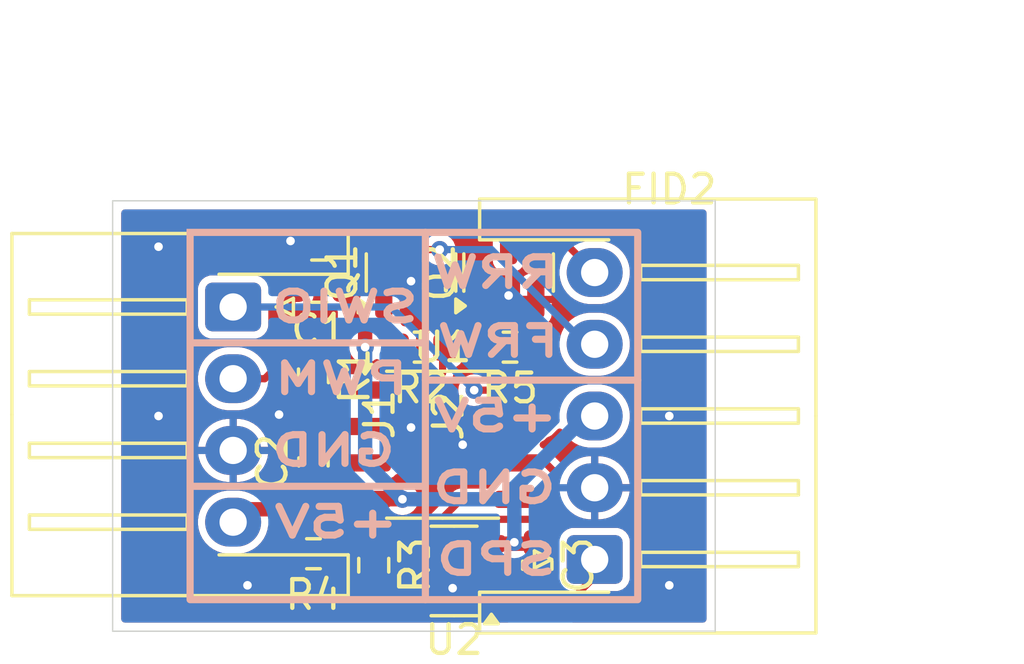
<source format=kicad_pcb>
(kicad_pcb (version 20240108) (generator "pcbnew") (generator_version "8.0")
  (layers (0 "F.Cu" signal) (31 "B.Cu" signal) (34 "B.Paste" user) (35 "F.Paste" user) (36 "B.SilkS" user "B.Silkscreen") (37 "F.SilkS" user "F.Silkscreen") (38 "B.Mask" user) (39 "F.Mask" user) (44 "Edge.Cuts" user))
  (net 0 "")
  (net 1 "+5V")
  (net 2 "GND")
  (net 3 "Net-(Q1-B)")
  (net 4 "/SWIO")
  (net 5 "Net-(Q2-B)")
  (net 6 "Net-(U1-PC1)")
  (net 7 "Net-(U1-PC2)")
  (net 8 "/OUT_R")
  (net 9 "/OUT_F")
  (net 10 "Net-(J1-Pin_2)")
  (net 11 "Net-(J2-Pin_1)")
  (net 12 "Net-(U1-PD6{slash}PA1)")
  (net 13 "Net-(U1-PA2)")
  (net 14 "Net-(U1-PC4)")
  (footprint "Package_SO:SOP-8_3.9x4.9mm_P1.27mm" (layer "F.Cu") (at 166.1 111)
    (property "Reference" "U1" (at 0 -3.4 0) (layer "F.SilkS"))
    (property "Value" "CH32V003J4M6" (hide yes))
    (fp_line (start 0 -2.559999) (end -1.95 -2.56) (stroke (width 0.12)) (layer "F.SilkS"))
    (fp_line (start 0 -2.559999) (end 1.95 -2.56) (stroke (width 0.12)) (layer "F.SilkS"))
    (fp_line (start 0 2.559999) (end -1.95 2.56) (stroke (width 0.12)) (layer "F.SilkS"))
    (fp_line (start 0 2.559999) (end 1.95 2.56) (stroke (width 0.12)) (layer "F.SilkS"))
    (fp_poly (pts (xy -2.7 -2.465) (xy -2.939999 -2.795) (xy -2.46 -2.795) (xy -2.7 -2.465)) (stroke (width 0.12)) (fill solid) (layer "F.SilkS"))
    (pad "1" smd roundrect (at -2.625 -1.905) (size 1.65 0.6) (layers "F.Cu" "F.Paste" "F.Mask") (net 12 "Net-(U1-PD6{slash}PA1)"))
    (pad "2" smd roundrect (at -2.625 -0.635) (size 1.65 0.6) (layers "F.Cu" "F.Paste" "F.Mask") (net 2 "GND"))
    (pad "3" smd roundrect (at -2.625 0.635) (size 1.65 0.6) (layers "F.Cu" "F.Paste" "F.Mask") (net 13 "Net-(U1-PA2)"))
    (pad "4" smd roundrect (at -2.625 1.905) (size 1.65 0.6) (layers "F.Cu" "F.Paste" "F.Mask") (net 1 "+5V"))
    (pad "5" smd roundrect (at 2.625 1.905) (size 1.65 0.6) (layers "F.Cu" "F.Paste" "F.Mask") (net 6 "Net-(U1-PC1)"))
    (pad "6" smd roundrect (at 2.625 0.635) (size 1.65 0.6) (layers "F.Cu" "F.Paste" "F.Mask") (net 7 "Net-(U1-PC2)"))
    (pad "7" smd roundrect (at 2.625 -0.635) (size 1.65 0.6) (layers "F.Cu" "F.Paste" "F.Mask") (net 14 "Net-(U1-PC4)"))
    (pad "8" smd roundrect (at 2.625 -1.905) (size 1.65 0.6) (layers "F.Cu" "F.Paste" "F.Mask") (net 4 "/SWIO"))
  )
  (footprint "Package_TO_SOT_SMD:SOT-23" (layer "F.Cu") (at 165 105 90)
    (property "Reference" "Q1" (at 0 -2.4 -90) (layer "F.SilkS"))
    (property "Value" "BC817-40" (hide yes))
    (fp_line (start 0 -1.560001) (end 0.65 -1.56) (stroke (width 0.12)) (layer "F.SilkS"))
    (fp_line (start 0 -1.560001) (end -0.65 -1.56) (stroke (width 0.12)) (layer "F.SilkS"))
    (fp_line (start 0 1.560001) (end 0.65 1.56) (stroke (width 0.12)) (layer "F.SilkS"))
    (fp_line (start 0 1.560001) (end -0.65 1.56) (stroke (width 0.12)) (layer "F.SilkS"))
    (fp_poly (pts (xy -1.1625 -1.51) (xy -1.4025 -1.84) (xy -0.9225 -1.839999) (xy -1.1625 -1.51)) (stroke (width 0.12)) (fill solid) (layer "F.SilkS"))
    (pad "1" smd roundrect (at -0.9375 -0.95 90) (size 1.3 0.6) (layers "F.Cu" "F.Paste" "F.Mask") (net 3 "Net-(Q1-B)"))
    (pad "2" smd roundrect (at -0.9375 0.95 90) (size 1.3 0.6) (layers "F.Cu" "F.Paste" "F.Mask") (net 2 "GND"))
    (pad "3" smd roundrect (at 0.937501 0 90) (size 1.3 0.6) (layers "F.Cu" "F.Paste" "F.Mask") (net 9 "/OUT_F"))
  )
  (footprint "Resistor_SMD:R_0603_1608Metric" (layer "F.Cu") (at 168.45 107.6 180)
    (property "Reference" "R5" (at 0 -1.43 180) (layer "F.SilkS"))
    (property "Value" "4.7k" (hide yes))
    (fp_line (start -0.237258 0.5225) (end 0.237258 0.5225) (stroke (width 0.12)) (layer "F.SilkS"))
    (fp_line (start -0.237258 -0.5225) (end 0.237258 -0.5225) (stroke (width 0.12)) (layer "F.SilkS"))
    (pad "1" smd roundrect (at -0.825 0 180) (size 0.8 0.95) (layers "F.Cu" "F.Paste" "F.Mask") (net 14 "Net-(U1-PC4)"))
    (pad "2" smd roundrect (at 0.825 0 180) (size 0.8 0.95) (layers "F.Cu" "F.Paste" "F.Mask") (net 5 "Net-(Q2-B)"))
  )
  (footprint "Fiducial:Fiducial_1mm_Mask2mm" (layer "F.Cu") (at 174 104.1)
    (property "Reference" "FID2" (at 0 -2 0) (layer "F.SilkS"))
    (property "Value" "Fiducial" (hide yes))
    (pad "" smd circle (at 0 0) (size 1 1) (layers "F.Cu" "F.Mask") (clearance 0.5))
  )
  (footprint "Connector_JST:JST_XH_S5B-XH-A-1_1x05_P2.50mm_Horizontal" (layer "F.Cu") (at 171.4 115 90)
    (property "Reference" "J2" (at 5 -5.1 90) (layer "F.SilkS"))
    (property "Value" "Conn_01x03" (hide yes))
    (fp_line (start 12.56 -4.01) (end 11.14 -4.01) (stroke (width 0.12)) (layer "F.SilkS"))
    (fp_line (start 11.14 -4.01) (end 11.14 0.49) (stroke (width 0.12)) (layer "F.SilkS"))
    (fp_line (start -1.14 -4.01) (end -1.14 0.49) (stroke (width 0.12)) (layer "F.SilkS"))
    (fp_line (start -2.56 -4.01) (end -1.14 -4.01) (stroke (width 0.12)) (layer "F.SilkS"))
    (fp_line (start 0.3 -2.1) (end 0 -1.5) (stroke (width 0.12)) (layer "F.SilkS"))
    (fp_line (start -0.3 -2.1) (end 0.3 -2.1) (stroke (width 0.12)) (layer "F.SilkS"))
    (fp_line (start 0 -1.5) (end -0.3 -2.1) (stroke (width 0.12)) (layer "F.SilkS"))
    (fp_line (start 10.25 1.6) (end 9.75 1.6) (stroke (width 0.12)) (layer "F.SilkS"))
    (fp_line (start 9.75 1.6) (end 9.75 7.1) (stroke (width 0.12)) (layer "F.SilkS"))
    (fp_line (start 7.75 1.6) (end 7.25 1.6) (stroke (width 0.12)) (layer "F.SilkS"))
    (fp_line (start 7.25 1.6) (end 7.25 7.1) (stroke (width 0.12)) (layer "F.SilkS"))
    (fp_line (start 5.25 1.6) (end 4.75 1.6) (stroke (width 0.12)) (layer "F.SilkS"))
    (fp_line (start 4.75 1.6) (end 4.75 7.1) (stroke (width 0.12)) (layer "F.SilkS"))
    (fp_line (start 2.75 1.6) (end 2.25 1.6) (stroke (width 0.12)) (layer "F.SilkS"))
    (fp_line (start 2.25 1.6) (end 2.25 7.1) (stroke (width 0.12)) (layer "F.SilkS"))
    (fp_line (start 0.25 1.6) (end -0.25 1.6) (stroke (width 0.12)) (layer "F.SilkS"))
    (fp_line (start -0.25 1.6) (end -0.25 7.1) (stroke (width 0.12)) (layer "F.SilkS"))
    (fp_line (start 10.25 7.1) (end 10.25 1.6) (stroke (width 0.12)) (layer "F.SilkS"))
    (fp_line (start 9.75 7.1) (end 10.25 7.1) (stroke (width 0.12)) (layer "F.SilkS"))
    (fp_line (start 7.75 7.1) (end 7.75 1.6) (stroke (width 0.12)) (layer "F.SilkS"))
    (fp_line (start 7.25 7.1) (end 7.75 7.1) (stroke (width 0.12)) (layer "F.SilkS"))
    (fp_line (start 5.25 7.1) (end 5.25 1.6) (stroke (width 0.12)) (layer "F.SilkS"))
    (fp_line (start 4.75 7.1) (end 5.25 7.1) (stroke (width 0.12)) (layer "F.SilkS"))
    (fp_line (start 2.75 7.1) (end 2.75 1.6) (stroke (width 0.12)) (layer "F.SilkS"))
    (fp_line (start 2.25 7.1) (end 2.75 7.1) (stroke (width 0.12)) (layer "F.SilkS"))
    (fp_line (start 0.25 7.1) (end 0.25 1.6) (stroke (width 0.12)) (layer "F.SilkS"))
    (fp_line (start -0.25 7.1) (end 0.25 7.1) (stroke (width 0.12)) (layer "F.SilkS"))
    (fp_line (start 12.56 7.71) (end 12.56 -4.01) (stroke (width 0.12)) (layer "F.SilkS"))
    (fp_line (start 5 7.71) (end 12.56 7.71) (stroke (width 0.12)) (layer "F.SilkS"))
    (fp_line (start 5 7.71) (end -2.56 7.71) (stroke (width 0.12)) (layer "F.SilkS"))
    (fp_line (start -2.56 7.71) (end -2.56 -4.01) (stroke (width 0.12)) (layer "F.SilkS"))
    (pad "1" thru_hole roundrect (at 0 0 90) (size 1.7 1.95) (drill 0.95) (layers "*.Cu" "B.Mask") (roundrect_rratio 0.147059) (net 11 "Net-(J2-Pin_1)"))
    (pad "2" thru_hole oval (at 2.5 0 90) (size 1.7 1.95) (drill 0.95) (layers "*.Cu" "B.Mask") (net 2 "GND"))
    (pad "3" thru_hole oval (at 5 0 90) (size 1.7 1.95) (drill 0.95) (layers "*.Cu" "B.Mask") (net 1 "+5V"))
    (pad "4" thru_hole oval (at 7.5 0 90) (size 1.7 1.95) (drill 0.95) (layers "*.Cu" "B.Mask") (net 9 "/OUT_F"))
    (pad "5" thru_hole oval (at 10 0 90) (size 1.7 1.95) (drill 0.95) (layers "*.Cu" "B.Mask") (net 8 "/OUT_R"))
  )
  (footprint "Capacitor_SMD:C_0805_2012Metric" (layer "F.Cu") (at 161.8 105.3 180)
    (property "Reference" "C1" (at 0 -1.679999 180) (layer "F.SilkS"))
    (property "Value" "10uF" (hide yes))
    (fp_line (start -0.261253 0.735) (end 0.261253 0.735) (stroke (width 0.12)) (layer "F.SilkS"))
    (fp_line (start -0.261253 -0.735) (end 0.261253 -0.735) (stroke (width 0.12)) (layer "F.SilkS"))
    (pad "1" smd roundrect (at -0.949999 0 180) (size 1 1.45) (layers "F.Cu" "F.Paste" "F.Mask") (net 1 "+5V"))
    (pad "2" smd roundrect (at 0.949999 0 180) (size 1 1.45) (layers "F.Cu" "F.Paste" "F.Mask") (net 2 "GND"))
  )
  (footprint "Resistor_SMD:R_0603_1608Metric" (layer "F.Cu") (at 165.35 107.6 180)
    (property "Reference" "R2" (at 0 -1.43 180) (layer "F.SilkS"))
    (property "Value" "4.7k" (hide yes))
    (fp_line (start -0.237258 0.5225) (end 0.237258 0.5225) (stroke (width 0.12)) (layer "F.SilkS"))
    (fp_line (start -0.237258 -0.5225) (end 0.237258 -0.5225) (stroke (width 0.12)) (layer "F.SilkS"))
    (pad "1" smd roundrect (at -0.825 0 180) (size 0.8 0.95) (layers "F.Cu" "F.Paste" "F.Mask") (net 13 "Net-(U1-PA2)"))
    (pad "2" smd roundrect (at 0.825 0 180) (size 0.8 0.95) (layers "F.Cu" "F.Paste" "F.Mask") (net 3 "Net-(Q1-B)"))
  )
  (footprint "Package_TO_SOT_SMD:SOT-23-6" (layer "F.Cu") (at 166.5 115.4 180)
    (property "Reference" "U2" (at 0 -2.4 180) (layer "F.SilkS"))
    (property "Value" "MCP4725A0T-E/CH" (hide yes))
    (fp_line (start 0 1.560001) (end 0.8 1.56) (stroke (width 0.12)) (layer "F.SilkS"))
    (fp_line (start 0 1.560001) (end -0.8 1.56) (stroke (width 0.12)) (layer "F.SilkS"))
    (fp_line (start 0 -1.560001) (end 0.8 -1.56) (stroke (width 0.12)) (layer "F.SilkS"))
    (fp_line (start 0 -1.560001) (end -0.8 -1.56) (stroke (width 0.12)) (layer "F.SilkS"))
    (fp_poly (pts (xy -1.3 -1.51) (xy -1.54 -1.84) (xy -1.06 -1.84) (xy -1.3 -1.51)) (stroke (width 0.12)) (fill solid) (layer "F.SilkS"))
    (pad "1" smd roundrect (at -1.1375 -0.949999 180) (size 1.325 0.6) (layers "F.Cu" "F.Paste" "F.Mask") (net 11 "Net-(J2-Pin_1)"))
    (pad "2" smd roundrect (at -1.1375 0 180) (size 1.325 0.6) (layers "F.Cu" "F.Paste" "F.Mask") (net 2 "GND"))
    (pad "3" smd roundrect (at -1.1375 0.949999 180) (size 1.325 0.6) (layers "F.Cu" "F.Paste" "F.Mask") (net 1 "+5V"))
    (pad "4" smd roundrect (at 1.1375 0.949999 180) (size 1.325 0.6) (layers "F.Cu" "F.Paste" "F.Mask") (net 6 "Net-(U1-PC1)"))
    (pad "5" smd roundrect (at 1.1375 0 180) (size 1.325 0.6) (layers "F.Cu" "F.Paste" "F.Mask") (net 7 "Net-(U1-PC2)"))
    (pad "6" smd roundrect (at 1.1375 -0.949999 180) (size 1.325 0.6) (layers "F.Cu" "F.Paste" "F.Mask") (net 2 "GND"))
  )
  (footprint "Resistor_SMD:R_0603_1608Metric" (layer "F.Cu") (at 161.6 108.6 -90)
    (property "Reference" "R1" (at 0 -1.43 90) (layer "F.SilkS"))
    (property "Value" "4.7k" (hide yes))
    (fp_line (start -0.237258 0.5225) (end 0.237258 0.5225) (stroke (width 0.12)) (layer "F.SilkS"))
    (fp_line (start -0.237258 -0.5225) (end 0.237258 -0.5225) (stroke (width 0.12)) (layer "F.SilkS"))
    (pad "1" smd roundrect (at -0.825 0 270) (size 0.8 0.95) (layers "F.Cu" "F.Paste" "F.Mask") (net 10 "Net-(J1-Pin_2)"))
    (pad "2" smd roundrect (at 0.825 0 270) (size 0.8 0.95) (layers "F.Cu" "F.Paste" "F.Mask") (net 12 "Net-(U1-PD6{slash}PA1)"))
  )
  (footprint "Package_TO_SOT_SMD:SOT-23" (layer "F.Cu") (at 168.4 105 90)
    (property "Reference" "Q2" (at 0 -2.4 -90) (layer "F.SilkS"))
    (property "Value" "BC817-40" (hide yes))
    (fp_line (start 0 -1.560001) (end 0.65 -1.56) (stroke (width 0.12)) (layer "F.SilkS"))
    (fp_line (start 0 -1.560001) (end -0.65 -1.56) (stroke (width 0.12)) (layer "F.SilkS"))
    (fp_line (start 0 1.560001) (end 0.65 1.56) (stroke (width 0.12)) (layer "F.SilkS"))
    (fp_line (start 0 1.560001) (end -0.65 1.56) (stroke (width 0.12)) (layer "F.SilkS"))
    (fp_poly (pts (xy -1.1625 -1.51) (xy -1.4025 -1.84) (xy -0.9225 -1.839999) (xy -1.1625 -1.51)) (stroke (width 0.12)) (fill solid) (layer "F.SilkS"))
    (pad "1" smd roundrect (at -0.9375 -0.95 90) (size 1.3 0.6) (layers "F.Cu" "F.Paste" "F.Mask") (net 5 "Net-(Q2-B)"))
    (pad "2" smd roundrect (at -0.9375 0.95 90) (size 1.3 0.6) (layers "F.Cu" "F.Paste" "F.Mask") (net 2 "GND"))
    (pad "3" smd roundrect (at 0.937501 0 90) (size 1.3 0.6) (layers "F.Cu" "F.Paste" "F.Mask") (net 8 "/OUT_R"))
  )
  (footprint "Capacitor_SMD:C_0603_1608Metric" (layer "F.Cu") (at 169.4 115.2 -90)
    (property "Reference" "C3" (at 0 -1.43 90) (layer "F.SilkS"))
    (property "Value" "0.1uF" (hide yes))
    (fp_line (start -0.140581 0.51) (end 0.140581 0.51) (stroke (width 0.12)) (layer "F.SilkS"))
    (fp_line (start -0.140581 -0.51) (end 0.140581 -0.51) (stroke (width 0.12)) (layer "F.SilkS"))
    (pad "1" smd roundrect (at -0.775 0 270) (size 0.9 0.95) (layers "F.Cu" "F.Paste" "F.Mask") (net 1 "+5V"))
    (pad "2" smd roundrect (at 0.775 0 270) (size 0.9 0.95) (layers "F.Cu" "F.Paste" "F.Mask") (net 2 "GND"))
  )
  (footprint "Fiducial:Fiducial_1mm_Mask2mm" (layer "F.Cu") (at 156.2 115.9)
    (property "Reference" "FID1" (hide yes))
    (property "Value" "Fiducial" (hide yes))
    (pad "" smd circle (at 0 0) (size 1 1) (layers "F.Cu" "F.Mask") (clearance 0.5))
  )
  (footprint "Connector_JST:JST_XH_S4B-XH-A-1_1x04_P2.50mm_Horizontal" (layer "F.Cu") (at 158.8 106.2 -90)
    (property "Reference" "J1" (at 3.75 -5.1 90) (layer "F.SilkS"))
    (property "Value" "Conn_01x03" (hide yes))
    (fp_line (start -2.56 7.71) (end -2.56 -4.01) (stroke (width 0.12)) (layer "F.SilkS"))
    (fp_line (start 3.75 7.71) (end -2.56 7.71) (stroke (width 0.12)) (layer "F.SilkS"))
    (fp_line (start 3.75 7.71) (end 10.06 7.71) (stroke (width 0.12)) (layer "F.SilkS"))
    (fp_line (start 10.06 7.71) (end 10.06 -4.01) (stroke (width 0.12)) (layer "F.SilkS"))
    (fp_line (start 5.25 7.100001) (end 5.25 1.6) (stroke (width 0.12)) (layer "F.SilkS"))
    (fp_line (start 7.75 7.100001) (end 7.75 1.6) (stroke (width 0.12)) (layer "F.SilkS"))
    (fp_line (start -0.25 7.1) (end 0.25 7.1) (stroke (width 0.12)) (layer "F.SilkS"))
    (fp_line (start 0.25 7.1) (end 0.25 1.6) (stroke (width 0.12)) (layer "F.SilkS"))
    (fp_line (start 2.25 7.1) (end 2.75 7.1) (stroke (width 0.12)) (layer "F.SilkS"))
    (fp_line (start 2.75 7.1) (end 2.75 1.6) (stroke (width 0.12)) (layer "F.SilkS"))
    (fp_line (start 4.75 7.1) (end 5.25 7.100001) (stroke (width 0.12)) (layer "F.SilkS"))
    (fp_line (start 7.25 7.1) (end 7.75 7.100001) (stroke (width 0.12)) (layer "F.SilkS"))
    (fp_line (start -0.25 1.6) (end -0.25 7.1) (stroke (width 0.12)) (layer "F.SilkS"))
    (fp_line (start 0.25 1.6) (end -0.25 1.6) (stroke (width 0.12)) (layer "F.SilkS"))
    (fp_line (start 2.25 1.6) (end 2.25 7.1) (stroke (width 0.12)) (layer "F.SilkS"))
    (fp_line (start 2.75 1.6) (end 2.25 1.6) (stroke (width 0.12)) (layer "F.SilkS"))
    (fp_line (start 4.75 1.6) (end 4.75 7.1) (stroke (width 0.12)) (layer "F.SilkS"))
    (fp_line (start 5.25 1.6) (end 4.75 1.6) (stroke (width 0.12)) (layer "F.SilkS"))
    (fp_line (start 7.25 1.6) (end 7.25 7.1) (stroke (width 0.12)) (layer "F.SilkS"))
    (fp_line (start 7.75 1.6) (end 7.25 1.6) (stroke (width 0.12)) (layer "F.SilkS"))
    (fp_line (start 0 -1.5) (end -0.3 -2.1) (stroke (width 0.12)) (layer "F.SilkS"))
    (fp_line (start -0.3 -2.1) (end 0.3 -2.1) (stroke (width 0.12)) (layer "F.SilkS"))
    (fp_line (start 0.3 -2.1) (end 0 -1.5) (stroke (width 0.12)) (layer "F.SilkS"))
    (fp_line (start -2.56 -4.01) (end -1.14 -4.01) (stroke (width 0.12)) (layer "F.SilkS"))
    (fp_line (start -1.14 -4.01) (end -1.14 0.49) (stroke (width 0.12)) (layer "F.SilkS"))
    (fp_line (start 8.64 -4.01) (end 8.64 0.49) (stroke (width 0.12)) (layer "F.SilkS"))
    (fp_line (start 10.06 -4.01) (end 8.64 -4.01) (stroke (width 0.12)) (layer "F.SilkS"))
    (pad "1" thru_hole roundrect (at 0 0 270) (size 1.7 1.95) (drill 0.95) (layers "*.Cu" "B.Mask") (roundrect_rratio 0.147059) (net 4 "/SWIO"))
    (pad "2" thru_hole oval (at 2.5 0 270) (size 1.7 1.95) (drill 0.95) (layers "*.Cu" "B.Mask") (net 10 "Net-(J1-Pin_2)"))
    (pad "3" thru_hole oval (at 5 0 270) (size 1.7 1.95) (drill 0.95) (layers "*.Cu" "B.Mask") (net 2 "GND"))
    (pad "4" thru_hole oval (at 7.5 0 270) (size 1.7 1.95) (drill 0.95) (layers "*.Cu" "B.Mask") (net 1 "+5V"))
  )
  (footprint "Resistor_SMD:R_0603_1608Metric" (layer "F.Cu") (at 163.7 115.2 -90)
    (property "Reference" "R3" (at 0 -1.43 90) (layer "F.SilkS"))
    (property "Value" "4.7k" (hide yes))
    (fp_line (start -0.237258 0.5225) (end 0.237258 0.5225) (stroke (width 0.12)) (layer "F.SilkS"))
    (fp_line (start -0.237258 -0.5225) (end 0.237258 -0.5225) (stroke (width 0.12)) (layer "F.SilkS"))
    (pad "1" smd roundrect (at -0.825 0 270) (size 0.8 0.95) (layers "F.Cu" "F.Paste" "F.Mask") (net 6 "Net-(U1-PC1)"))
    (pad "2" smd roundrect (at 0.825 0 270) (size 0.8 0.95) (layers "F.Cu" "F.Paste" "F.Mask") (net 1 "+5V"))
  )
  (footprint "Capacitor_SMD:C_0603_1608Metric" (layer "F.Cu") (at 161.6 111.6 90)
    (property "Reference" "C2" (at 0 -1.43 -90) (layer "F.SilkS"))
    (property "Value" "0.1uF" (hide yes))
    (fp_line (start -0.140581 -0.51) (end 0.140581 -0.51) (stroke (width 0.12)) (layer "F.SilkS"))
    (fp_line (start -0.140581 0.51) (end 0.140581 0.51) (stroke (width 0.12)) (layer "F.SilkS"))
    (pad "1" smd roundrect (at -0.775 0 90) (size 0.9 0.95) (layers "F.Cu" "F.Paste" "F.Mask") (net 1 "+5V"))
    (pad "2" smd roundrect (at 0.775 0 90) (size 0.9 0.95) (layers "F.Cu" "F.Paste" "F.Mask") (net 2 "GND"))
  )
  (footprint "Resistor_SMD:R_0603_1608Metric" (layer "F.Cu") (at 161.6 114.8 180)
    (property "Reference" "R4" (at 0 -1.43 180) (layer "F.SilkS"))
    (property "Value" "4.7k" (hide yes))
    (fp_line (start -0.237258 0.5225) (end 0.237258 0.5225) (stroke (width 0.12)) (layer "F.SilkS"))
    (fp_line (start -0.237258 -0.5225) (end 0.237258 -0.5225) (stroke (width 0.12)) (layer "F.SilkS"))
    (pad "1" smd roundrect (at -0.825 0 180) (size 0.8 0.95) (layers "F.Cu" "F.Paste" "F.Mask") (net 7 "Net-(U1-PC2)"))
    (pad "2" smd roundrect (at 0.825 0 180) (size 0.8 0.95) (layers "F.Cu" "F.Paste" "F.Mask") (net 1 "+5V"))
  )
  (gr_rect (start 157.3 103.6) (end 172.9 116.4) (stroke (width 0.25)) (fill none) (layer "B.SilkS"))
  (gr_line (start 165.5 107.45) (end 157.3 107.45) (stroke (width 0.25)) (layer "B.SilkS"))
  (gr_line (start 165.5 103.6) (end 165.5 116.4) (stroke (width 0.25)) (layer "B.SilkS"))
  (gr_line (start 172.9 108.75) (end 165.5 108.75) (stroke (width 0.25)) (layer "B.SilkS"))
  (gr_line (start 165.5 112.45) (end 157.3 112.45) (stroke (width 0.25)) (layer "B.SilkS"))
  (gr_rect (start 154.6 102.5) (end 175.6 117.5) (stroke (width 0.05)) (fill none) (layer "Edge.Cuts"))
  (gr_text "PWM" (at 160.1 108.7 0) (layer "B.SilkS") (effects (font (size 1 1.4) (thickness 0.25) (bold yes)) (justify right mirror)))
  (gr_text "SWIO" (at 160 106.2 0) (layer "B.SilkS") (effects (font (size 1 1.4) (thickness 0.25) (bold yes)) (justify right mirror)))
  (gr_text "+5V" (at 160.1 113.7 0) (layer "B.SilkS") (effects (font (size 1 1.4) (thickness 0.25) (bold yes)) (justify right mirror)))
  (gr_text "SPD" (at 170.2 115 0) (layer "B.SilkS") (effects (font (size 1 1.4) (thickness 0.25) (bold yes)) (justify left mirror)))
  (gr_text "+5V" (at 170.25 110 0) (layer "B.SilkS") (effects (font (size 1 1.4) (thickness 0.25) (bold yes)) (justify left mirror)))
  (gr_text "GND" (at 170.2 112.5 0) (layer "B.SilkS") (effects (font (size 1 1.4) (thickness 0.25) (bold yes)) (justify left mirror)))
  (gr_text "FRW" (at 170.3 107.4 0) (layer "B.SilkS") (effects (font (size 1 1.4) (thickness 0.25) (bold yes)) (justify left mirror)))
  (gr_text "RRW" (at 170.3 105 0) (layer "B.SilkS") (effects (font (size 1 1.4) (thickness 0.25) (bold yes)) (justify left mirror)))
  (gr_text "GND" (at 160 111.2 0) (layer "B.SilkS") (effects (font (size 1 1.4) (thickness 0.25) (bold yes)) (justify right mirror)))
  (segment (start 168.650001 114.450001) (end 169.374999 114.450001) (width 0.5) (layer "F.Cu") (net 1))
  (segment (start 162.14 113.25) (end 159.25 113.25) (width 0.5) (layer "F.Cu") (net 1))
  (segment (start 163.4 107) (end 162.95 106.55) (width 0.5) (layer "F.Cu") (net 1))
  (segment (start 161.6 115.3) (end 161.6 114.8) (width 0.25) (layer "F.Cu") (net 1))
  (segment (start 167.6375 114.450001) (end 168.549999 114.450001) (width 0.5) (layer "F.Cu") (net 1))
  (segment (start 162.485 112.905) (end 162.14 113.25) (width 0.5) (layer "F.Cu") (net 1))
  (segment (start 162.95 105.500001) (end 162.749999 105.3) (width 0.5) (layer "F.Cu") (net 1))
  (segment (start 161.6 114.8) (end 160.775 114.8) (width 0.25) (layer "F.Cu") (net 1))
  (segment (start 163.48 112.9) (end 163.475 112.905) (width 0.5) (layer "F.Cu") (net 1))
  (segment (start 159.25 113.25) (end 158.8 113.7) (width 0.5) (layer "F.Cu") (net 1))
  (segment (start 163.4 107.6) (end 163.4 107) (width 0.5) (layer "F.Cu") (net 1))
  (segment (start 163.475 112.905) (end 162.485 112.905) (width 0.5) (layer "F.Cu") (net 1))
  (segment (start 169.374999 114.450001) (end 169.4 114.425) (width 0.5) (layer "F.Cu") (net 1))
  (segment (start 163.7 116.025) (end 163.475 115.8) (width 0.25) (layer "F.Cu") (net 1))
  (segment (start 161.6 113.25) (end 161.6 112.375) (width 0.5) (layer "F.Cu") (net 1))
  (segment (start 162.95 106.55) (end 162.95 105.500001) (width 0.5) (layer "F.Cu") (net 1))
  (segment (start 161.6 114.8) (end 161.6 113.25) (width 0.25) (layer "F.Cu") (net 1))
  (segment (start 168.6 114.4) (end 168.650001 114.450001) (width 0.5) (layer "F.Cu") (net 1))
  (segment (start 168.549999 114.450001) (end 168.6 114.4) (width 0.5) (layer "F.Cu") (net 1))
  (segment (start 164.7 112.9) (end 163.48 112.9) (width 0.5) (layer "F.Cu") (net 1))
  (segment (start 163.475 115.8) (end 162.1 115.8) (width 0.25) (layer "F.Cu") (net 1))
  (segment (start 162.1 115.8) (end 161.6 115.3) (width 0.25) (layer "F.Cu") (net 1))
  (via (at 163.4 107.6) (size 0.6) (drill 0.3) (layers "F.Cu" "B.Cu") (net 1))
  (via (at 168.6 114.4) (size 0.6) (drill 0.3) (layers "F.Cu" "B.Cu") (net 1))
  (via (at 164.7 112.9) (size 0.6) (drill 0.3) (layers "F.Cu" "B.Cu") (net 1))
  (segment (start 168.6 112.5) (end 171.1 110) (width 0.5) (layer "B.Cu") (net 1))
  (segment (start 168.6 112.9) (end 164.7 112.9) (width 0.5) (layer "B.Cu") (net 1))
  (segment (start 163.4 111.6) (end 164.7 112.9) (width 0.5) (layer "B.Cu") (net 1))
  (segment (start 168.6 112.6) (end 168.6 112.5) (width 0.5) (layer "B.Cu") (net 1))
  (segment (start 163.4 107.6) (end 163.4 111.6) (width 0.5) (layer "B.Cu") (net 1))
  (segment (start 168.6 114.4) (end 168.6 112.6) (width 0.5) (layer "B.Cu") (net 1))
  (segment (start 168.6 112.6) (end 168.6 112.9) (width 0.5) (layer "B.Cu") (net 1))
  (segment (start 171.1 110) (end 171.4 110) (width 0.5) (layer "B.Cu") (net 1))
  (segment (start 162.2 110.8) (end 161.825 110.8) (width 0.25) (layer "F.Cu") (net 2))
  (segment (start 166.45 116) (end 166.45 116.05) (width 0.25) (layer "F.Cu") (net 2))
  (segment (start 165 105.65) (end 165.2875 105.9375) (width 0.25) (layer "F.Cu") (net 2))
  (segment (start 164.965 110.365) (end 163.475 110.365) (width 0.25) (layer "F.Cu") (net 2))
  (segment (start 165 110.4) (end 164.965 110.365) (width 0.25) (layer "F.Cu") (net 2))
  (segment (start 167.6375 115.4) (end 168.825 115.4) (width 0.25) (layer "F.Cu") (net 2))
  (segment (start 168.825 115.4) (end 169.4 115.975) (width 0.25) (layer "F.Cu") (net 2))
  (segment (start 166.150001 116.349999) (end 165.3625 116.349999) (width 0.25) (layer "F.Cu") (net 2))
  (segment (start 165 105.3) (end 165 105.65) (width 0.25) (layer "F.Cu") (net 2))
  (segment (start 168.5375 105.9375) (end 169.35 105.9375) (width 0.25) (layer "F.Cu") (net 2))
  (segment (start 161.825 110.8) (end 161.6 111.025) (width 0.25) (layer "F.Cu") (net 2))
  (segment (start 166.5 116) (end 167.1 115.4) (width 0.25) (layer "F.Cu") (net 2))
  (segment (start 162.635 110.365) (end 162.2 110.8) (width 0.25) (layer "F.Cu") (net 2))
  (segment (start 163.475 110.365) (end 162.635 110.365) (width 0.25) (layer "F.Cu") (net 2))
  (segment (start 165.2875 105.9375) (end 165.95 105.9375) (width 0.25) (layer "F.Cu") (net 2))
  (segment (start 166.45 116.05) (end 166.150001 116.349999) (width 0.25) (layer "F.Cu") (net 2))
  (segment (start 168.4 105.8) (end 168.5375 105.9375) (width 0.25) (layer "F.Cu") (net 2))
  (segment (start 166.45 116) (end 166.5 116) (width 0.25) (layer "F.Cu") (net 2))
  (segment (start 160.8 103.9) (end 160.850001 103.950001) (width 0.25) (layer "F.Cu") (net 2))
  (segment (start 167.1 115.4) (end 167.6375 115.4) (width 0.25) (layer "F.Cu") (net 2))
  (segment (start 160.850001 103.950001) (end 160.850001 105.3) (width 0.25) (layer "F.Cu") (net 2))
  (via (at 156.2 110) (size 0.6) (drill 0.3) (layers "F.Cu" "B.Cu") (net 2))
  (via (at 174 115.9) (size 0.6) (drill 0.3) (layers "F.Cu" "B.Cu") (net 2))
  (via (at 160.8 103.9) (size 0.6) (drill 0.3) (layers "F.Cu" "B.Cu") (net 2))
  (via (at 165 110.4) (size 0.6) (drill 0.3) (layers "F.Cu" "B.Cu") (net 2))
  (via (at 159.3 115.9) (size 0.6) (drill 0.3) (layers "F.Cu" "B.Cu") (net 2))
  (via (at 174 110) (size 0.6) (drill 0.3) (layers "F.Cu" "B.Cu") (net 2))
  (via (at 160.4 109.95) (size 0.6) (drill 0.3) (layers "F.Cu" "B.Cu") (net 2))
  (via (at 166.45 116) (size 0.6) (drill 0.3) (layers "F.Cu" "B.Cu") (net 2))
  (via (at 165 105.3) (size 0.6) (drill 0.3) (layers "F.Cu" "B.Cu") (net 2))
  (via (at 166.8 111) (size 0.6) (drill 0.3) (layers "F.Cu" "B.Cu") (net 2))
  (via (at 156.2 104.1) (size 0.6) (drill 0.3) (layers "F.Cu" "B.Cu") (net 2))
  (via (at 168.4 105.8) (size 0.6) (drill 0.3) (layers "F.Cu" "B.Cu") (net 2))
  (segment (start 164.35 107.025) (end 164.05 106.725) (width 0.25) (layer "F.Cu") (net 3))
  (segment (start 164.35 107.6) (end 164.35 107.025) (width 0.25) (layer "F.Cu") (net 3))
  (segment (start 164.05 106.725) (end 164.05 105.8375) (width 0.25) (layer "F.Cu") (net 3))
  (segment (start 167.2 109.1) (end 168.72 109.1) (width 0.25) (layer "F.Cu") (net 4))
  (segment (start 168.72 109.1) (end 168.725 109.095) (width 0.25) (layer "F.Cu") (net 4))
  (via (at 167.2 109.1) (size 0.6) (drill 0.3) (layers "F.Cu" "B.Cu") (net 4))
  (segment (start 167.2 109.1) (end 164.3 106.2) (width 0.25) (layer "B.Cu") (net 4))
  (segment (start 164.3 106.2) (end 158.8 106.2) (width 0.25) (layer "B.Cu") (net 4))
  (segment (start 167.45 105.8375) (end 167.45 107.275) (width 0.25) (layer "F.Cu") (net 5))
  (segment (start 167.45 107.275) (end 167.775 107.6) (width 0.25) (layer "F.Cu") (net 5))
  (segment (start 165.85 114.4) (end 165.799999 114.450001) (width 0.25) (layer "F.Cu") (net 6))
  (segment (start 163.775001 114.450001) (end 163.7 114.375) (width 0.25) (layer "F.Cu") (net 6))
  (segment (start 166.745 112.905) (end 165.85 113.8) (width 0.25) (layer "F.Cu") (net 6))
  (segment (start 165.85 113.8) (end 165.85 114.4) (width 0.25) (layer "F.Cu") (net 6))
  (segment (start 165.799999 114.450001) (end 165.3625 114.450001) (width 0.25) (layer "F.Cu") (net 6))
  (segment (start 168.79 112.905) (end 166.745 112.905) (width 0.25) (layer "F.Cu") (net 6))
  (segment (start 165.3625 114.450001) (end 163.775001 114.450001) (width 0.25) (layer "F.Cu") (net 6))
  (segment (start 170 111.95) (end 169.685 111.635) (width 0.25) (layer "F.Cu") (net 7))
  (segment (start 166.5 114.1) (end 167 113.6) (width 0.25) (layer "F.Cu") (net 7))
  (segment (start 169.685 111.635) (end 168.79 111.635) (width 0.25) (layer "F.Cu") (net 7))
  (segment (start 162.8 114.8) (end 163.2 115.2) (width 0.25) (layer "F.Cu") (net 7))
  (segment (start 167 113.6) (end 169.7 113.6) (width 0.25) (layer "F.Cu") (net 7))
  (segment (start 164.2 115.2) (end 164.4 115.4) (width 0.25) (layer "F.Cu") (net 7))
  (segment (start 164.4 115.4) (end 165.3625 115.4) (width 0.25) (layer "F.Cu") (net 7))
  (segment (start 166.5 115) (end 166.5 114.1) (width 0.25) (layer "F.Cu") (net 7))
  (segment (start 163.2 115.2) (end 164.2 115.2) (width 0.25) (layer "F.Cu") (net 7))
  (segment (start 162.425 114.8) (end 162.8 114.8) (width 0.25) (layer "F.Cu") (net 7))
  (segment (start 166.1 115.4) (end 166.5 115) (width 0.25) (layer "F.Cu") (net 7))
  (segment (start 170 113.3) (end 170 111.95) (width 0.25) (layer "F.Cu") (net 7))
  (segment (start 169.7 113.6) (end 170 113.3) (width 0.25) (layer "F.Cu") (net 7))
  (segment (start 170.362499 103.962499) (end 168.4 103.962499) (width 0.25) (layer "F.Cu") (net 8))
  (segment (start 171.4 105) (end 170.362499 103.962499) (width 0.25) (layer "F.Cu") (net 8))
  (segment (start 166 104.2) (end 165.237501 104.2) (width 0.25) (layer "F.Cu") (net 9))
  (segment (start 165.237501 104.2) (end 165 103.962499) (width 0.25) (layer "F.Cu") (net 9))
  (via (at 166 104.2) (size 0.6) (drill 0.3) (layers "F.Cu" "B.Cu") (net 9))
  (segment (start 171.1 107.5) (end 167.8 104.2) (width 0.25) (layer "B.Cu") (net 9))
  (segment (start 167.8 104.2) (end 166 104.2) (width 0.25) (layer "B.Cu") (net 9))
  (segment (start 171.4 107.5) (end 171.1 107.5) (width 0.25) (layer "B.Cu") (net 9))
  (segment (start 159.9 108.7) (end 158.8 108.7) (width 0.25) (layer "F.Cu") (net 10))
  (segment (start 161.375 108) (end 160.6 108) (width 0.25) (layer "F.Cu") (net 10))
  (segment (start 160.6 108) (end 159.9 108.7) (width 0.25) (layer "F.Cu") (net 10))
  (segment (start 161.6 107.775) (end 161.375 108) (width 0.25) (layer "F.Cu") (net 10))
  (segment (start 171.4 115.6) (end 171.4 115) (width 0.25) (layer "F.Cu") (net 11))
  (segment (start 170.2 116.8) (end 171.4 115.6) (width 0.25) (layer "F.Cu") (net 11))
  (segment (start 168.8 116.8) (end 170.2 116.8) (width 0.25) (layer "F.Cu") (net 11))
  (segment (start 167.6375 116.349999) (end 168.349999 116.349999) (width 0.25) (layer "F.Cu") (net 11))
  (segment (start 168.349999 116.349999) (end 168.8 116.8) (width 0.25) (layer "F.Cu") (net 11))
  (segment (start 163.475 109.095) (end 162.505 109.095) (width 0.25) (layer "F.Cu") (net 12))
  (segment (start 162.35 109.25) (end 161.775 109.25) (width 0.25) (layer "F.Cu") (net 12))
  (segment (start 162.505 109.095) (end 162.35 109.25) (width 0.25) (layer "F.Cu") (net 12))
  (segment (start 161.775 109.25) (end 161.6 109.425) (width 0.25) (layer "F.Cu") (net 12))
  (segment (start 165.8 108.8) (end 166.1 108.5) (width 0.25) (layer "F.Cu") (net 13))
  (segment (start 163.475 111.635) (end 164.8775 111.635) (width 0.25) (layer "F.Cu") (net 13))
  (segment (start 165.8 110.7125) (end 165.8 108.8) (width 0.25) (layer "F.Cu") (net 13))
  (segment (start 164.8775 111.635) (end 165.8 110.7125) (width 0.25) (layer "F.Cu") (net 13))
  (segment (start 166.1 108.5) (end 166.1 107.6) (width 0.25) (layer "F.Cu") (net 13))
  (segment (start 170 110.035) (end 170 108.7) (width 0.25) (layer "F.Cu") (net 14))
  (segment (start 170 108.7) (end 169.4 108.1) (width 0.25) (layer "F.Cu") (net 14))
  (segment (start 168.725 110.365) (end 169.67 110.365) (width 0.25) (layer "F.Cu") (net 14))
  (segment (start 169.4 108.1) (end 169.4 107.6) (width 0.25) (layer "F.Cu") (net 14))
  (segment (start 169.67 110.365) (end 170 110.035) (width 0.25) (layer "F.Cu") (net 14))
  (zone (net 0) (net_name "") (layer "F.Cu") (name "GND") (connect_pads (clearance 0)) (min_thickness 0.25)
    (keepout (tracks allowed) (vias allowed) (pads allowed) (copperpour not_allowed) (footprints allowed))
    (fill (thermal_gap 0.25) (thermal_bridge_width 0.25) (island_removal_mode 1) (island_area_min 20))
    (polygon (pts (xy 161.8 110.6) (xy 162.8 110.6) (xy 162.8 111.3) (xy 161.8 111.3)))
  )
  (zone (net 0) (net_name "") (layer "F.Cu") (name "GND") (connect_pads (clearance 0)) (min_thickness 0.25)
    (keepout (tracks allowed) (vias allowed) (pads allowed) (copperpour not_allowed) (footprints allowed))
    (fill (thermal_gap 0.25) (thermal_bridge_width 0.25) (island_removal_mode 1) (island_area_min 20))
    (polygon (pts (xy 168.2 114.9) (xy 169.2 114.9) (xy 169.2 115.6) (xy 168.2 115.6)))
  )
  (zone (net 2) (net_name "GND") (layers "F&B.Cu") (name "GND") (connect_pads (clearance 0.25)) (min_thickness 0.25) (fill yes (thermal_gap 0.25) (thermal_bridge_width 0.25) (island_removal_mode 1) (island_area_min 20))
    (polygon (pts (xy 176 102) (xy 176 118) (xy 154.2 118) (xy 154.2 102)))
  )
)
</source>
